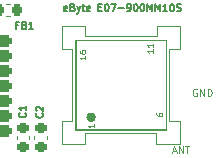
<source format=gbr>
%TF.GenerationSoftware,KiCad,Pcbnew,8.0.5-8.0.5-0~ubuntu22.04.1*%
%TF.CreationDate,2024-09-13T18:39:49+02:00*%
%TF.ProjectId,Adapter_EByte_E07_900MM10S_to_Ebyte_E07_868MS10_FUEL4EP,41646170-7465-4725-9f45-427974655f45,1.1*%
%TF.SameCoordinates,Original*%
%TF.FileFunction,Legend,Top*%
%TF.FilePolarity,Positive*%
%FSLAX46Y46*%
G04 Gerber Fmt 4.6, Leading zero omitted, Abs format (unit mm)*
G04 Created by KiCad (PCBNEW 8.0.5-8.0.5-0~ubuntu22.04.1) date 2024-09-13 18:39:49*
%MOMM*%
%LPD*%
G01*
G04 APERTURE LIST*
G04 Aperture macros list*
%AMRoundRect*
0 Rectangle with rounded corners*
0 $1 Rounding radius*
0 $2 $3 $4 $5 $6 $7 $8 $9 X,Y pos of 4 corners*
0 Add a 4 corners polygon primitive as box body*
4,1,4,$2,$3,$4,$5,$6,$7,$8,$9,$2,$3,0*
0 Add four circle primitives for the rounded corners*
1,1,$1+$1,$2,$3*
1,1,$1+$1,$4,$5*
1,1,$1+$1,$6,$7*
1,1,$1+$1,$8,$9*
0 Add four rect primitives between the rounded corners*
20,1,$1+$1,$2,$3,$4,$5,0*
20,1,$1+$1,$4,$5,$6,$7,0*
20,1,$1+$1,$6,$7,$8,$9,0*
20,1,$1+$1,$8,$9,$2,$3,0*%
G04 Aperture macros list end*
%ADD10C,0.125000*%
%ADD11C,0.150000*%
%ADD12C,0.120000*%
%ADD13C,0.127000*%
%ADD14C,0.400000*%
%ADD15RoundRect,0.250000X-0.600000X-0.250000X0.600000X-0.250000X0.600000X0.250000X-0.600000X0.250000X0*%
%ADD16RoundRect,0.225000X-0.250000X0.225000X-0.250000X-0.225000X0.250000X-0.225000X0.250000X0.225000X0*%
%ADD17R,1.800000X1.500000*%
%ADD18RoundRect,0.218750X-0.218750X-0.256250X0.218750X-0.256250X0.218750X0.256250X-0.218750X0.256250X0*%
%ADD19R,1.700000X1.000000*%
%ADD20R,0.800000X1.500000*%
%ADD21R,1.500000X0.800000*%
G04 APERTURE END LIST*
D10*
X15417885Y306757D02*
X15703600Y306757D01*
X15360742Y135328D02*
X15560742Y735328D01*
X15560742Y735328D02*
X15760742Y135328D01*
X15960743Y135328D02*
X15960743Y735328D01*
X15960743Y735328D02*
X16303600Y135328D01*
X16303600Y135328D02*
X16303600Y735328D01*
X16503599Y735328D02*
X16846457Y735328D01*
X16675028Y135328D02*
X16675028Y735328D01*
X17475257Y5558157D02*
X17418115Y5586728D01*
X17418115Y5586728D02*
X17332400Y5586728D01*
X17332400Y5586728D02*
X17246686Y5558157D01*
X17246686Y5558157D02*
X17189543Y5501014D01*
X17189543Y5501014D02*
X17160972Y5443871D01*
X17160972Y5443871D02*
X17132400Y5329585D01*
X17132400Y5329585D02*
X17132400Y5243871D01*
X17132400Y5243871D02*
X17160972Y5129585D01*
X17160972Y5129585D02*
X17189543Y5072442D01*
X17189543Y5072442D02*
X17246686Y5015300D01*
X17246686Y5015300D02*
X17332400Y4986728D01*
X17332400Y4986728D02*
X17389543Y4986728D01*
X17389543Y4986728D02*
X17475257Y5015300D01*
X17475257Y5015300D02*
X17503829Y5043871D01*
X17503829Y5043871D02*
X17503829Y5243871D01*
X17503829Y5243871D02*
X17389543Y5243871D01*
X17760972Y4986728D02*
X17760972Y5586728D01*
X17760972Y5586728D02*
X18103829Y4986728D01*
X18103829Y4986728D02*
X18103829Y5586728D01*
X18389543Y4986728D02*
X18389543Y5586728D01*
X18389543Y5586728D02*
X18532400Y5586728D01*
X18532400Y5586728D02*
X18618114Y5558157D01*
X18618114Y5558157D02*
X18675257Y5501014D01*
X18675257Y5501014D02*
X18703828Y5443871D01*
X18703828Y5443871D02*
X18732400Y5329585D01*
X18732400Y5329585D02*
X18732400Y5243871D01*
X18732400Y5243871D02*
X18703828Y5129585D01*
X18703828Y5129585D02*
X18675257Y5072442D01*
X18675257Y5072442D02*
X18618114Y5015300D01*
X18618114Y5015300D02*
X18532400Y4986728D01*
X18532400Y4986728D02*
X18389543Y4986728D01*
D11*
X4403628Y3532200D02*
X4432200Y3503628D01*
X4432200Y3503628D02*
X4460771Y3417914D01*
X4460771Y3417914D02*
X4460771Y3360771D01*
X4460771Y3360771D02*
X4432200Y3275057D01*
X4432200Y3275057D02*
X4375057Y3217914D01*
X4375057Y3217914D02*
X4317914Y3189343D01*
X4317914Y3189343D02*
X4203628Y3160771D01*
X4203628Y3160771D02*
X4117914Y3160771D01*
X4117914Y3160771D02*
X4003628Y3189343D01*
X4003628Y3189343D02*
X3946485Y3217914D01*
X3946485Y3217914D02*
X3889342Y3275057D01*
X3889342Y3275057D02*
X3860771Y3360771D01*
X3860771Y3360771D02*
X3860771Y3417914D01*
X3860771Y3417914D02*
X3889342Y3503628D01*
X3889342Y3503628D02*
X3917914Y3532200D01*
X3917914Y3760771D02*
X3889342Y3789343D01*
X3889342Y3789343D02*
X3860771Y3846486D01*
X3860771Y3846486D02*
X3860771Y3989343D01*
X3860771Y3989343D02*
X3889342Y4046486D01*
X3889342Y4046486D02*
X3917914Y4075057D01*
X3917914Y4075057D02*
X3975057Y4103628D01*
X3975057Y4103628D02*
X4032200Y4103628D01*
X4032200Y4103628D02*
X4117914Y4075057D01*
X4117914Y4075057D02*
X4460771Y3732200D01*
X4460771Y3732200D02*
X4460771Y4103628D01*
X2370200Y10991914D02*
X2170200Y10991914D01*
X2170200Y10677628D02*
X2170200Y11277628D01*
X2170200Y11277628D02*
X2455914Y11277628D01*
X2884486Y10991914D02*
X2970200Y10963342D01*
X2970200Y10963342D02*
X2998771Y10934771D01*
X2998771Y10934771D02*
X3027343Y10877628D01*
X3027343Y10877628D02*
X3027343Y10791914D01*
X3027343Y10791914D02*
X2998771Y10734771D01*
X2998771Y10734771D02*
X2970200Y10706200D01*
X2970200Y10706200D02*
X2913057Y10677628D01*
X2913057Y10677628D02*
X2684486Y10677628D01*
X2684486Y10677628D02*
X2684486Y11277628D01*
X2684486Y11277628D02*
X2884486Y11277628D01*
X2884486Y11277628D02*
X2941629Y11249057D01*
X2941629Y11249057D02*
X2970200Y11220485D01*
X2970200Y11220485D02*
X2998771Y11163342D01*
X2998771Y11163342D02*
X2998771Y11106200D01*
X2998771Y11106200D02*
X2970200Y11049057D01*
X2970200Y11049057D02*
X2941629Y11020485D01*
X2941629Y11020485D02*
X2884486Y10991914D01*
X2884486Y10991914D02*
X2684486Y10991914D01*
X3598771Y10677628D02*
X3255914Y10677628D01*
X3427343Y10677628D02*
X3427343Y11277628D01*
X3427343Y11277628D02*
X3370200Y11191914D01*
X3370200Y11191914D02*
X3313057Y11134771D01*
X3313057Y11134771D02*
X3255914Y11106200D01*
X2955828Y3557600D02*
X2984400Y3529028D01*
X2984400Y3529028D02*
X3012971Y3443314D01*
X3012971Y3443314D02*
X3012971Y3386171D01*
X3012971Y3386171D02*
X2984400Y3300457D01*
X2984400Y3300457D02*
X2927257Y3243314D01*
X2927257Y3243314D02*
X2870114Y3214743D01*
X2870114Y3214743D02*
X2755828Y3186171D01*
X2755828Y3186171D02*
X2670114Y3186171D01*
X2670114Y3186171D02*
X2555828Y3214743D01*
X2555828Y3214743D02*
X2498685Y3243314D01*
X2498685Y3243314D02*
X2441542Y3300457D01*
X2441542Y3300457D02*
X2412971Y3386171D01*
X2412971Y3386171D02*
X2412971Y3443314D01*
X2412971Y3443314D02*
X2441542Y3529028D01*
X2441542Y3529028D02*
X2470114Y3557600D01*
X3012971Y4129028D02*
X3012971Y3786171D01*
X3012971Y3957600D02*
X2412971Y3957600D01*
X2412971Y3957600D02*
X2498685Y3900457D01*
X2498685Y3900457D02*
X2555828Y3843314D01*
X2555828Y3843314D02*
X2584400Y3786171D01*
D10*
X8048409Y8402162D02*
X8048409Y8116448D01*
X8048409Y8259305D02*
X7548409Y8259305D01*
X7548409Y8259305D02*
X7619838Y8211686D01*
X7619838Y8211686D02*
X7667457Y8164067D01*
X7667457Y8164067D02*
X7691266Y8116448D01*
X7548409Y8830733D02*
X7548409Y8735495D01*
X7548409Y8735495D02*
X7572219Y8687876D01*
X7572219Y8687876D02*
X7596028Y8664066D01*
X7596028Y8664066D02*
X7667457Y8616447D01*
X7667457Y8616447D02*
X7762695Y8592638D01*
X7762695Y8592638D02*
X7953171Y8592638D01*
X7953171Y8592638D02*
X8000790Y8616447D01*
X8000790Y8616447D02*
X8024600Y8640257D01*
X8024600Y8640257D02*
X8048409Y8687876D01*
X8048409Y8687876D02*
X8048409Y8783114D01*
X8048409Y8783114D02*
X8024600Y8830733D01*
X8024600Y8830733D02*
X8000790Y8854542D01*
X8000790Y8854542D02*
X7953171Y8878352D01*
X7953171Y8878352D02*
X7834123Y8878352D01*
X7834123Y8878352D02*
X7786504Y8854542D01*
X7786504Y8854542D02*
X7762695Y8830733D01*
X7762695Y8830733D02*
X7738885Y8783114D01*
X7738885Y8783114D02*
X7738885Y8687876D01*
X7738885Y8687876D02*
X7762695Y8640257D01*
X7762695Y8640257D02*
X7786504Y8616447D01*
X7786504Y8616447D02*
X7834123Y8592638D01*
X13748409Y8952162D02*
X13748409Y8666448D01*
X13748409Y8809305D02*
X13248409Y8809305D01*
X13248409Y8809305D02*
X13319838Y8761686D01*
X13319838Y8761686D02*
X13367457Y8714067D01*
X13367457Y8714067D02*
X13391266Y8666448D01*
X13748409Y9428352D02*
X13748409Y9142638D01*
X13748409Y9285495D02*
X13248409Y9285495D01*
X13248409Y9285495D02*
X13319838Y9237876D01*
X13319838Y9237876D02*
X13367457Y9190257D01*
X13367457Y9190257D02*
X13391266Y9142638D01*
X8748409Y2640257D02*
X8748409Y2354543D01*
X8748409Y2497400D02*
X8248409Y2497400D01*
X8248409Y2497400D02*
X8319838Y2449781D01*
X8319838Y2449781D02*
X8367457Y2402162D01*
X8367457Y2402162D02*
X8391266Y2354543D01*
D11*
X6490284Y12212400D02*
X6433141Y12183828D01*
X6433141Y12183828D02*
X6318856Y12183828D01*
X6318856Y12183828D02*
X6261713Y12212400D01*
X6261713Y12212400D02*
X6233141Y12269542D01*
X6233141Y12269542D02*
X6233141Y12498114D01*
X6233141Y12498114D02*
X6261713Y12555257D01*
X6261713Y12555257D02*
X6318856Y12583828D01*
X6318856Y12583828D02*
X6433141Y12583828D01*
X6433141Y12583828D02*
X6490284Y12555257D01*
X6490284Y12555257D02*
X6518856Y12498114D01*
X6518856Y12498114D02*
X6518856Y12440971D01*
X6518856Y12440971D02*
X6233141Y12383828D01*
X6975999Y12498114D02*
X7061713Y12469542D01*
X7061713Y12469542D02*
X7090284Y12440971D01*
X7090284Y12440971D02*
X7118856Y12383828D01*
X7118856Y12383828D02*
X7118856Y12298114D01*
X7118856Y12298114D02*
X7090284Y12240971D01*
X7090284Y12240971D02*
X7061713Y12212400D01*
X7061713Y12212400D02*
X7004570Y12183828D01*
X7004570Y12183828D02*
X6775999Y12183828D01*
X6775999Y12183828D02*
X6775999Y12783828D01*
X6775999Y12783828D02*
X6975999Y12783828D01*
X6975999Y12783828D02*
X7033142Y12755257D01*
X7033142Y12755257D02*
X7061713Y12726685D01*
X7061713Y12726685D02*
X7090284Y12669542D01*
X7090284Y12669542D02*
X7090284Y12612400D01*
X7090284Y12612400D02*
X7061713Y12555257D01*
X7061713Y12555257D02*
X7033142Y12526685D01*
X7033142Y12526685D02*
X6975999Y12498114D01*
X6975999Y12498114D02*
X6775999Y12498114D01*
X7318856Y12583828D02*
X7461713Y12183828D01*
X7604570Y12583828D02*
X7461713Y12183828D01*
X7461713Y12183828D02*
X7404570Y12040971D01*
X7404570Y12040971D02*
X7375999Y12012400D01*
X7375999Y12012400D02*
X7318856Y11983828D01*
X7747427Y12583828D02*
X7975999Y12583828D01*
X7833142Y12783828D02*
X7833142Y12269542D01*
X7833142Y12269542D02*
X7861713Y12212400D01*
X7861713Y12212400D02*
X7918856Y12183828D01*
X7918856Y12183828D02*
X7975999Y12183828D01*
X8404570Y12212400D02*
X8347427Y12183828D01*
X8347427Y12183828D02*
X8233142Y12183828D01*
X8233142Y12183828D02*
X8175999Y12212400D01*
X8175999Y12212400D02*
X8147427Y12269542D01*
X8147427Y12269542D02*
X8147427Y12498114D01*
X8147427Y12498114D02*
X8175999Y12555257D01*
X8175999Y12555257D02*
X8233142Y12583828D01*
X8233142Y12583828D02*
X8347427Y12583828D01*
X8347427Y12583828D02*
X8404570Y12555257D01*
X8404570Y12555257D02*
X8433142Y12498114D01*
X8433142Y12498114D02*
X8433142Y12440971D01*
X8433142Y12440971D02*
X8147427Y12383828D01*
X9147428Y12498114D02*
X9347428Y12498114D01*
X9433142Y12183828D02*
X9147428Y12183828D01*
X9147428Y12183828D02*
X9147428Y12783828D01*
X9147428Y12783828D02*
X9433142Y12783828D01*
X9804570Y12783828D02*
X9861713Y12783828D01*
X9861713Y12783828D02*
X9918856Y12755257D01*
X9918856Y12755257D02*
X9947428Y12726685D01*
X9947428Y12726685D02*
X9975999Y12669542D01*
X9975999Y12669542D02*
X10004570Y12555257D01*
X10004570Y12555257D02*
X10004570Y12412400D01*
X10004570Y12412400D02*
X9975999Y12298114D01*
X9975999Y12298114D02*
X9947428Y12240971D01*
X9947428Y12240971D02*
X9918856Y12212400D01*
X9918856Y12212400D02*
X9861713Y12183828D01*
X9861713Y12183828D02*
X9804570Y12183828D01*
X9804570Y12183828D02*
X9747428Y12212400D01*
X9747428Y12212400D02*
X9718856Y12240971D01*
X9718856Y12240971D02*
X9690285Y12298114D01*
X9690285Y12298114D02*
X9661713Y12412400D01*
X9661713Y12412400D02*
X9661713Y12555257D01*
X9661713Y12555257D02*
X9690285Y12669542D01*
X9690285Y12669542D02*
X9718856Y12726685D01*
X9718856Y12726685D02*
X9747428Y12755257D01*
X9747428Y12755257D02*
X9804570Y12783828D01*
X10204571Y12783828D02*
X10604571Y12783828D01*
X10604571Y12783828D02*
X10347428Y12183828D01*
X10833143Y12412400D02*
X11290286Y12412400D01*
X11604571Y12183828D02*
X11718857Y12183828D01*
X11718857Y12183828D02*
X11776000Y12212400D01*
X11776000Y12212400D02*
X11804571Y12240971D01*
X11804571Y12240971D02*
X11861714Y12326685D01*
X11861714Y12326685D02*
X11890285Y12440971D01*
X11890285Y12440971D02*
X11890285Y12669542D01*
X11890285Y12669542D02*
X11861714Y12726685D01*
X11861714Y12726685D02*
X11833143Y12755257D01*
X11833143Y12755257D02*
X11776000Y12783828D01*
X11776000Y12783828D02*
X11661714Y12783828D01*
X11661714Y12783828D02*
X11604571Y12755257D01*
X11604571Y12755257D02*
X11576000Y12726685D01*
X11576000Y12726685D02*
X11547428Y12669542D01*
X11547428Y12669542D02*
X11547428Y12526685D01*
X11547428Y12526685D02*
X11576000Y12469542D01*
X11576000Y12469542D02*
X11604571Y12440971D01*
X11604571Y12440971D02*
X11661714Y12412400D01*
X11661714Y12412400D02*
X11776000Y12412400D01*
X11776000Y12412400D02*
X11833143Y12440971D01*
X11833143Y12440971D02*
X11861714Y12469542D01*
X11861714Y12469542D02*
X11890285Y12526685D01*
X12261714Y12783828D02*
X12318857Y12783828D01*
X12318857Y12783828D02*
X12376000Y12755257D01*
X12376000Y12755257D02*
X12404572Y12726685D01*
X12404572Y12726685D02*
X12433143Y12669542D01*
X12433143Y12669542D02*
X12461714Y12555257D01*
X12461714Y12555257D02*
X12461714Y12412400D01*
X12461714Y12412400D02*
X12433143Y12298114D01*
X12433143Y12298114D02*
X12404572Y12240971D01*
X12404572Y12240971D02*
X12376000Y12212400D01*
X12376000Y12212400D02*
X12318857Y12183828D01*
X12318857Y12183828D02*
X12261714Y12183828D01*
X12261714Y12183828D02*
X12204572Y12212400D01*
X12204572Y12212400D02*
X12176000Y12240971D01*
X12176000Y12240971D02*
X12147429Y12298114D01*
X12147429Y12298114D02*
X12118857Y12412400D01*
X12118857Y12412400D02*
X12118857Y12555257D01*
X12118857Y12555257D02*
X12147429Y12669542D01*
X12147429Y12669542D02*
X12176000Y12726685D01*
X12176000Y12726685D02*
X12204572Y12755257D01*
X12204572Y12755257D02*
X12261714Y12783828D01*
X12833143Y12783828D02*
X12890286Y12783828D01*
X12890286Y12783828D02*
X12947429Y12755257D01*
X12947429Y12755257D02*
X12976001Y12726685D01*
X12976001Y12726685D02*
X13004572Y12669542D01*
X13004572Y12669542D02*
X13033143Y12555257D01*
X13033143Y12555257D02*
X13033143Y12412400D01*
X13033143Y12412400D02*
X13004572Y12298114D01*
X13004572Y12298114D02*
X12976001Y12240971D01*
X12976001Y12240971D02*
X12947429Y12212400D01*
X12947429Y12212400D02*
X12890286Y12183828D01*
X12890286Y12183828D02*
X12833143Y12183828D01*
X12833143Y12183828D02*
X12776001Y12212400D01*
X12776001Y12212400D02*
X12747429Y12240971D01*
X12747429Y12240971D02*
X12718858Y12298114D01*
X12718858Y12298114D02*
X12690286Y12412400D01*
X12690286Y12412400D02*
X12690286Y12555257D01*
X12690286Y12555257D02*
X12718858Y12669542D01*
X12718858Y12669542D02*
X12747429Y12726685D01*
X12747429Y12726685D02*
X12776001Y12755257D01*
X12776001Y12755257D02*
X12833143Y12783828D01*
X13290287Y12183828D02*
X13290287Y12783828D01*
X13290287Y12783828D02*
X13490287Y12355257D01*
X13490287Y12355257D02*
X13690287Y12783828D01*
X13690287Y12783828D02*
X13690287Y12183828D01*
X13976001Y12183828D02*
X13976001Y12783828D01*
X13976001Y12783828D02*
X14176001Y12355257D01*
X14176001Y12355257D02*
X14376001Y12783828D01*
X14376001Y12783828D02*
X14376001Y12183828D01*
X14976000Y12183828D02*
X14633143Y12183828D01*
X14804572Y12183828D02*
X14804572Y12783828D01*
X14804572Y12783828D02*
X14747429Y12698114D01*
X14747429Y12698114D02*
X14690286Y12640971D01*
X14690286Y12640971D02*
X14633143Y12612400D01*
X15347429Y12783828D02*
X15404572Y12783828D01*
X15404572Y12783828D02*
X15461715Y12755257D01*
X15461715Y12755257D02*
X15490287Y12726685D01*
X15490287Y12726685D02*
X15518858Y12669542D01*
X15518858Y12669542D02*
X15547429Y12555257D01*
X15547429Y12555257D02*
X15547429Y12412400D01*
X15547429Y12412400D02*
X15518858Y12298114D01*
X15518858Y12298114D02*
X15490287Y12240971D01*
X15490287Y12240971D02*
X15461715Y12212400D01*
X15461715Y12212400D02*
X15404572Y12183828D01*
X15404572Y12183828D02*
X15347429Y12183828D01*
X15347429Y12183828D02*
X15290287Y12212400D01*
X15290287Y12212400D02*
X15261715Y12240971D01*
X15261715Y12240971D02*
X15233144Y12298114D01*
X15233144Y12298114D02*
X15204572Y12412400D01*
X15204572Y12412400D02*
X15204572Y12555257D01*
X15204572Y12555257D02*
X15233144Y12669542D01*
X15233144Y12669542D02*
X15261715Y12726685D01*
X15261715Y12726685D02*
X15290287Y12755257D01*
X15290287Y12755257D02*
X15347429Y12783828D01*
X15776001Y12212400D02*
X15861716Y12183828D01*
X15861716Y12183828D02*
X16004573Y12183828D01*
X16004573Y12183828D02*
X16061716Y12212400D01*
X16061716Y12212400D02*
X16090287Y12240971D01*
X16090287Y12240971D02*
X16118858Y12298114D01*
X16118858Y12298114D02*
X16118858Y12355257D01*
X16118858Y12355257D02*
X16090287Y12412400D01*
X16090287Y12412400D02*
X16061716Y12440971D01*
X16061716Y12440971D02*
X16004573Y12469542D01*
X16004573Y12469542D02*
X15890287Y12498114D01*
X15890287Y12498114D02*
X15833144Y12526685D01*
X15833144Y12526685D02*
X15804573Y12555257D01*
X15804573Y12555257D02*
X15776001Y12612400D01*
X15776001Y12612400D02*
X15776001Y12669542D01*
X15776001Y12669542D02*
X15804573Y12726685D01*
X15804573Y12726685D02*
X15833144Y12755257D01*
X15833144Y12755257D02*
X15890287Y12783828D01*
X15890287Y12783828D02*
X16033144Y12783828D01*
X16033144Y12783828D02*
X16118858Y12755257D01*
D10*
X14048409Y3542638D02*
X14048409Y3447400D01*
X14048409Y3447400D02*
X14072219Y3399781D01*
X14072219Y3399781D02*
X14096028Y3375971D01*
X14096028Y3375971D02*
X14167457Y3328352D01*
X14167457Y3328352D02*
X14262695Y3304543D01*
X14262695Y3304543D02*
X14453171Y3304543D01*
X14453171Y3304543D02*
X14500790Y3328352D01*
X14500790Y3328352D02*
X14524600Y3352162D01*
X14524600Y3352162D02*
X14548409Y3399781D01*
X14548409Y3399781D02*
X14548409Y3495019D01*
X14548409Y3495019D02*
X14524600Y3542638D01*
X14524600Y3542638D02*
X14500790Y3566447D01*
X14500790Y3566447D02*
X14453171Y3590257D01*
X14453171Y3590257D02*
X14334123Y3590257D01*
X14334123Y3590257D02*
X14286504Y3566447D01*
X14286504Y3566447D02*
X14262695Y3542638D01*
X14262695Y3542638D02*
X14238885Y3495019D01*
X14238885Y3495019D02*
X14238885Y3399781D01*
X14238885Y3399781D02*
X14262695Y3352162D01*
X14262695Y3352162D02*
X14286504Y3328352D01*
X14286504Y3328352D02*
X14334123Y3304543D01*
D12*
%TO.C,C2*%
X3731800Y1626180D02*
X3731800Y1345020D01*
X4751800Y1626180D02*
X4751800Y1345020D01*
%TO.C,FB1*%
X1310421Y12778200D02*
X1635979Y12778200D01*
X1310421Y11758200D02*
X1635979Y11758200D01*
%TO.C,C1*%
X2233200Y1626180D02*
X2233200Y1345020D01*
X3253200Y1626180D02*
X3253200Y1345020D01*
%TO.C,Module1*%
X6023600Y10947400D02*
X6023600Y8987400D01*
X6023600Y8987400D02*
X6923600Y8987400D01*
X6023600Y2927400D02*
X6023600Y947400D01*
X6023600Y947400D02*
X7983600Y947400D01*
X6923600Y8987400D02*
X6923600Y2927400D01*
X6923600Y2927400D02*
X6023600Y2927400D01*
D13*
X7223600Y2147400D02*
X7223600Y9747400D01*
D12*
X7983600Y1847400D02*
X14043600Y1847400D01*
X7983600Y947400D02*
X7983600Y1847400D01*
X8003600Y10947400D02*
X6023600Y10947400D01*
X8003600Y10047400D02*
X8003600Y10947400D01*
X14043600Y1847400D02*
X14043600Y947400D01*
X14043600Y947400D02*
X16023600Y947400D01*
X14063600Y10947400D02*
X14063600Y10047400D01*
X14063600Y10047400D02*
X8003600Y10047400D01*
X14823600Y9747400D02*
X7223600Y9747400D01*
D13*
X14823600Y2147400D02*
X7223600Y2147400D01*
D12*
X14823600Y2147400D02*
X14823600Y9747400D01*
X15123600Y8967400D02*
X16023600Y8967400D01*
X15123600Y2907400D02*
X15123600Y8967400D01*
X16023600Y10947400D02*
X14063600Y10947400D01*
X16023600Y8967400D02*
X16023600Y10947400D01*
X16023600Y2907400D02*
X15123600Y2907400D01*
X16023600Y947400D02*
X16023600Y2907400D01*
D14*
X8723600Y3197400D02*
G75*
G02*
X8323600Y3197400I-200000J0D01*
G01*
X8323600Y3197400D02*
G75*
G02*
X8723600Y3197400I200000J0D01*
G01*
%TD*%
%LPC*%
D15*
%TO.C,JC5*%
X950000Y5810000D03*
%TD*%
D16*
%TO.C,C2*%
X4241800Y2260600D03*
X4241800Y710600D03*
%TD*%
D17*
%TO.C,JA1*%
X18000000Y3550000D03*
%TD*%
D18*
%TO.C,FB1*%
X685700Y12268200D03*
X2260700Y12268200D03*
%TD*%
D15*
%TO.C,JC8*%
X950000Y2000000D03*
%TD*%
D17*
%TO.C,JA2*%
X18000000Y1270000D03*
%TD*%
D15*
%TO.C,JC6*%
X950000Y4540000D03*
%TD*%
D16*
%TO.C,C1*%
X2743200Y2260600D03*
X2743200Y710600D03*
%TD*%
D15*
%TO.C,JC3*%
X950000Y8350000D03*
%TD*%
%TO.C,JC2*%
X950000Y9620000D03*
%TD*%
D19*
%TO.C,JC1*%
X950000Y10890000D03*
%TD*%
D20*
%TO.C,Module1*%
X8483600Y10947400D03*
D21*
X16023600Y3407400D03*
D20*
X8483600Y947400D03*
D21*
X6023600Y3407400D03*
D20*
X9753600Y10947400D03*
D21*
X16023600Y4677400D03*
D20*
X9753600Y947400D03*
D21*
X6023600Y4677400D03*
D20*
X11023600Y10947400D03*
D21*
X16023600Y5947400D03*
D20*
X11023600Y947400D03*
D21*
X6023600Y5947400D03*
D20*
X12293600Y10947400D03*
D21*
X16023600Y7217400D03*
D20*
X12293600Y947400D03*
D21*
X6023600Y7217400D03*
D20*
X13563600Y10947400D03*
D21*
X16023600Y8487400D03*
D20*
X13563600Y947400D03*
D21*
X6023600Y8487400D03*
%TD*%
D15*
%TO.C,JC4*%
X950000Y7080000D03*
%TD*%
%TO.C,JC7*%
X950000Y3270000D03*
%TD*%
%LPD*%
M02*

</source>
